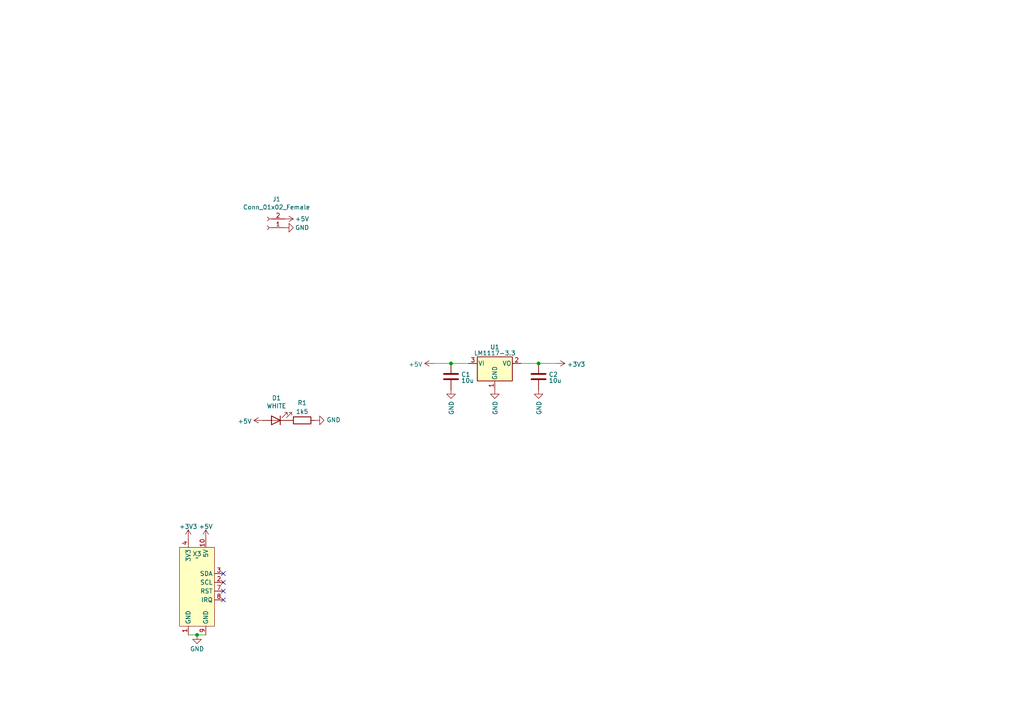
<source format=kicad_sch>
(kicad_sch (version 20220914) (generator eeschema)
  (paper "A4")
  (lib_symbols
    (symbol "Connector:Conn_01x02_Female" (pin_names (offset 1.016) hide)
      (property "Reference" "J" (at 0 2.54 0))
      (property "Value" "Conn_01x02_Female" (at 0 -5.08 0))
      (symbol "Conn_01x02_Female_1_1"
        (arc (start 0 -2.032) (mid -0.508 -2.54) (end 0 -3.048) (stroke (width 0.1524)))
        (polyline (pts (xy -1.27 -2.54) (xy -0.508 -2.54)) (stroke (width 0.1524)))
        (polyline (pts (xy -1.27 0) (xy -0.508 0)) (stroke (width 0.1524)))
        (arc (start 0 0.508) (mid -0.508 0) (end 0 -0.508) (stroke (width 0.1524)))
        (pin passive line (at -5.08 0 0) (length 3.81) (name "Pin_1") (number "1"))
        (pin passive line (at -5.08 -2.54 0) (length 3.81) (name "Pin_2") (number "2"))
      )
    )
    (symbol "Device:C" (pin_numbers hide) (pin_names (offset 0.254))
      (property "Reference" "C" (at 0.635 2.54 0))
      (property "Value" "C" (at 0.635 -2.54 0))
      (symbol "C_0_1"
        (polyline (pts (xy -2.032 -0.762) (xy 2.032 -0.762)) (stroke (width 0.508)))
        (polyline (pts (xy -2.032 0.762) (xy 2.032 0.762)) (stroke (width 0.508)))
      )
      (symbol "C_1_1"
        (pin passive line (at 0 3.81 270) (length 2.794) (name "~") (number "1"))
        (pin passive line (at 0 -3.81 90) (length 2.794) (name "~") (number "2"))
      )
    )
    (symbol "Device:LED" (pin_numbers hide) (pin_names (offset 1.016) hide)
      (property "Reference" "D" (at 0 2.54 0))
      (property "Value" "LED" (at 0 -2.54 0))
      (symbol "LED_0_1"
        (polyline (pts (xy -1.27 -1.27) (xy -1.27 1.27)) (stroke (width 0.254)))
        (polyline (pts (xy -1.27 0) (xy 1.27 0)))
        (polyline (pts (xy 1.27 -1.27) (xy 1.27 1.27) (xy -1.27 0) (xy 1.27 -1.27)) (stroke (width 0.254)))
        (polyline (pts (xy -3.048 -0.762) (xy -4.572 -2.286) (xy -3.81 -2.286) (xy -4.572 -2.286) (xy -4.572 -1.524)))
        (polyline (pts (xy -1.778 -0.762) (xy -3.302 -2.286) (xy -2.54 -2.286) (xy -3.302 -2.286) (xy -3.302 -1.524)))
      )
      (symbol "LED_1_1"
        (pin passive line (at -3.81 0 0) (length 2.54) (name "K") (number "1"))
        (pin passive line (at 3.81 0 180) (length 2.54) (name "A") (number "2"))
      )
    )
    (symbol "Device:R" (pin_numbers hide) (pin_names (offset 0))
      (property "Reference" "R" (at 2.032 0 90))
      (property "Value" "R" (at 0 0 90))
      (symbol "R_0_1"
        (rectangle (start -1.016 -2.54) (end 1.016 2.54) (stroke (width 0.254)))
      )
      (symbol "R_1_1"
        (pin passive line (at 0 3.81 270) (length 1.27) (name "~") (number "1"))
        (pin passive line (at 0 -3.81 90) (length 1.27) (name "~") (number "2"))
      )
    )
    (symbol "Regulator_Linear:LM1117-3.3" (pin_names (offset 0.254))
      (property "Reference" "U" (at -3.81 3.175 0))
      (property "Value" "LM1117-3.3" (at 0 3.175 0))
      (symbol "LM1117-3.3_0_1"
        (rectangle (start -5.08 -5.08) (end 5.08 1.905) (stroke (width 0.254)) (fill (type background)))
      )
      (symbol "LM1117-3.3_1_1"
        (pin power_in line (at 0 -7.62 90) (length 2.54) (name "GND") (number "1"))
        (pin power_out line (at 7.62 0 180) (length 2.54) (name "VO") (number "2"))
        (pin power_in line (at -7.62 0 0) (length 2.54) (name "VI") (number "3"))
      )
    )
    (symbol "power:+3V3" (power) (pin_names (offset 0))
      (property "Value" "+3V3" (at 0 3.556 0))
      (symbol "+3V3_0_1"
        (polyline (pts (xy -0.762 1.27) (xy 0 2.54)))
        (polyline (pts (xy 0 0) (xy 0 2.54)))
        (polyline (pts (xy 0 2.54) (xy 0.762 1.27)))
      )
      (symbol "+3V3_1_1"
        (pin power_in line (at 0 0 90) (length 0) hide (name "+3V3") (number "1"))
      )
    )
    (symbol "power:+5V" (power) (pin_names (offset 0))
      (property "Value" "+5V" (at 0 3.556 0))
      (symbol "+5V_0_1"
        (polyline (pts (xy -0.762 1.27) (xy 0 2.54)))
        (polyline (pts (xy 0 0) (xy 0 2.54)))
        (polyline (pts (xy 0 2.54) (xy 0.762 1.27)))
      )
      (symbol "+5V_1_1"
        (pin power_in line (at 0 0 90) (length 0) hide (name "+5V") (number "1"))
      )
    )
    (symbol "power:GND" (power) (pin_names (offset 0))
      (property "Value" "GND" (at 0 -3.81 0))
      (symbol "GND_0_1"
        (polyline (pts (xy 0 0) (xy 0 -1.27) (xy 1.27 -1.27) (xy 0 -2.54) (xy -1.27 -1.27) (xy 0 -1.27)))
      )
      (symbol "GND_1_1"
        (pin power_in line (at 0 0 270) (length 0) hide (name "GND") (number "1"))
      )
    )
    (symbol "t80:t80-pin-header"
      (property "Reference" "X" (at 7.62 10.16 0))
      (symbol "t80-pin-header_0_0"
        (pin power_out line (at -2.54 -15.24 90) (length 2.54) (name "GND") (number "1"))
        (pin power_out line (at 2.54 12.7 270) (length 2.54) (name "5V") (number "10"))
        (pin bidirectional line (at 7.62 0 180) (length 2.54) (name "SCL") (number "2"))
        (pin bidirectional line (at 7.62 2.54 180) (length 2.54) (name "SDA") (number "3"))
        (pin power_out line (at -2.54 12.7 270) (length 2.54) (name "3V3") (number "4"))
        (pin bidirectional line (at 7.62 -2.54 180) (length 2.54) (name "RST") (number "7"))
        (pin bidirectional line (at 7.62 -5.08 180) (length 2.54) (name "IRQ") (number "8"))
        (pin power_out line (at 2.54 -15.24 90) (length 2.54) (name "GND") (number "9"))
      )
      (symbol "t80-pin-header_0_1"
        (rectangle (start -5.08 10.16) (end 5.08 -12.7) (fill (type background)))
      )
    )
  )
  (junction (at 156.21 105.41))
  (junction (at 130.81 105.41))
  (junction (at 57.15 184.15))
  (no_connect (at 64.77 168.91))
  (no_connect (at 64.77 166.37))
  (no_connect (at 64.77 171.45))
  (no_connect (at 64.77 173.99))
  (wire (pts (xy 151.13 105.41) (xy 156.21 105.41)))
  (wire (pts (xy 130.81 105.41) (xy 135.89 105.41)))
  (wire (pts (xy 125.73 105.41) (xy 130.81 105.41)))
  (wire (pts (xy 57.15 184.15) (xy 59.69 184.15)))
  (wire (pts (xy 156.21 105.41) (xy 161.29 105.41)))
  (wire (pts (xy 54.61 184.15) (xy 57.15 184.15)))
  (symbol (lib_id "power:+3V3") (at 54.61 156.21 0) (unit 1)
    (default_instance (reference "#PWR?") (unit 1) (value "+3V3") (footprint ""))
    (property "Reference" "#PWR0110" (effects hide))
    (property "Value" "+3V3" (at 54.61 152.7271 0))
  )
  (symbol (lib_id "power:GND") (at 130.81 113.03 0) (unit 1)
    (default_instance (reference "") (unit 1) (value "") (footprint ""))
    (property "Reference" "#PWR0106" (effects hide))
    (property "Value" "GND" (at 130.937 116.2812 90) (effects (justify right)))
  )
  (symbol (lib_id "power:+5V") (at 125.73 105.41 90) (unit 1)
    (default_instance (reference "#PWR?") (unit 1) (value "+5V") (footprint ""))
    (property "Reference" "#PWR0107" (effects hide))
    (property "Value" "+5V" (at 122.5551 105.6966 90) (effects (justify left)))
  )
  (symbol (lib_id "power:GND") (at 143.51 113.03 0) (unit 1)
    (default_instance (reference "") (unit 1) (value "") (footprint ""))
    (property "Reference" "#PWR0108" (effects hide))
    (property "Value" "GND" (at 143.637 116.2812 90) (effects (justify right)))
  )
  (symbol (lib_id "Device:C") (at 130.81 109.22 0) (unit 1)
    (default_instance (reference "C1") (unit 1) (value "10u") (footprint "Capacitor_SMD:C_0805_2012Metric_Pad1.18x1.45mm_HandSolder"))
    (property "Reference" "C1" (at 133.731 108.6255 0) (effects (justify left)))
    (property "Value" "10u" (at 133.731 110.3877 0) (effects (justify left)))
    (property "Footprint" "Capacitor_SMD:C_0805_2012Metric_Pad1.18x1.45mm_HandSolder" (effects hide))
  )
  (symbol (lib_id "power:+5V") (at 76.2 121.92 90) (unit 1)
    (default_instance (reference "#PWR?") (unit 1) (value "+5V") (footprint ""))
    (property "Reference" "#PWR0105" (effects hide))
    (property "Value" "+5V" (at 73.0251 122.2066 90) (effects (justify left)))
  )
  (symbol (lib_id "Device:LED") (at 80.01 121.92 180) (unit 1)
    (default_instance (reference "") (unit 1) (value "") (footprint ""))
    (property "Reference" "D1" (at 80.1878 115.443 0))
    (property "Value" "WHITE" (at 80.1878 117.7544 0))
    (property "Footprint" "LED_SMD:LED_0805_2012Metric_Pad1.15x1.40mm_HandSolder" (effects hide))
  )
  (symbol (lib_id "Regulator_Linear:LM1117-3.3") (at 143.51 105.41 0) (unit 1)
    (default_instance (reference "U1") (unit 1) (value "LM1117-3.3") (footprint ""))
    (property "Reference" "U1" (at 143.51 100.6729 0))
    (property "Value" "LM1117-3.3" (at 143.51 102.4351 0))
    (property "Footprint" "Package_TO_SOT_SMD:SOT-223-3_TabPin2" (effects hide))
    (property "Datasheet" "http://www.ti.com/lit/ds/symlink/lm1117.pdf" (effects hide))
  )
  (symbol (lib_id "power:+5V") (at 82.55 63.5 270) (unit 1)
    (default_instance (reference "") (unit 1) (value "") (footprint ""))
    (property "Reference" "#PWR0102" (effects hide))
    (property "Value" "+5V" (at 87.63 63.5 90))
  )
  (symbol (lib_id "power:GND") (at 82.55 66.04 90) (unit 1)
    (default_instance (reference "") (unit 1) (value "") (footprint ""))
    (property "Reference" "#PWR03" (effects hide))
    (property "Value" "GND" (at 87.63 66.04 90))
  )
  (symbol (lib_id "Device:C") (at 156.21 109.22 0) (unit 1)
    (default_instance (reference "C1") (unit 1) (value "10u") (footprint "Capacitor_SMD:C_0805_2012Metric_Pad1.18x1.45mm_HandSolder"))
    (property "Reference" "C2" (at 159.131 108.6255 0) (effects (justify left)))
    (property "Value" "10u" (at 159.131 110.3877 0) (effects (justify left)))
    (property "Footprint" "Capacitor_SMD:C_0805_2012Metric_Pad1.18x1.45mm_HandSolder" (effects hide))
  )
  (symbol (lib_id "Connector:Conn_01x02_Female") (at 77.47 66.04 180) (unit 1)
    (default_instance (reference "") (unit 1) (value "") (footprint ""))
    (property "Reference" "J1" (at 80.2132 57.785 0))
    (property "Value" "Conn_01x02_Female" (at 80.2132 60.0964 0))
    (property "Footprint" "Drake:DG235-3.81-02P" (effects hide))
  )
  (symbol (lib_id "power:GND") (at 156.21 113.03 0) (unit 1)
    (default_instance (reference "") (unit 1) (value "") (footprint ""))
    (property "Reference" "#PWR0111" (effects hide))
    (property "Value" "GND" (at 156.337 116.2812 90) (effects (justify right)))
  )
  (symbol (lib_id "power:+3V3") (at 161.29 105.41 270) (unit 1)
    (default_instance (reference "#PWR?") (unit 1) (value "+3V3") (footprint ""))
    (property "Reference" "#PWR0109" (effects hide))
    (property "Value" "+3V3" (at 164.465 105.6966 90) (effects (justify left)))
  )
  (symbol (lib_id "power:+5V") (at 59.69 156.21 0) (unit 1)
    (default_instance (reference "#PWR?") (unit 1) (value "+5V") (footprint ""))
    (property "Reference" "#PWR0105" (effects hide))
    (property "Value" "+5V" (at 59.69 152.7271 0))
  )
  (symbol (lib_id "power:GND") (at 57.15 184.15 0) (unit 1)
    (default_instance (reference "#PWR?") (unit 1) (value "GND") (footprint ""))
    (property "Reference" "#PWR0103" (effects hide))
    (property "Value" "GND" (at 57.15 188.2061 0))
  )
  (symbol (lib_id "t80:t80-pin-header") (at 57.15 168.91 0) (unit 1)
    (default_instance (reference "X1") (unit 1) (value "~") (footprint ""))
    (property "Reference" "X3" (at 57.15 160.6423 0))
    (property "Value" "~" (at 57.15 161.7695 0))
    (property "Footprint" "Connector_IDC:IDC-Header_2x05_P2.54mm_Vertical" (effects hide))
  )
  (symbol (lib_id "Device:R") (at 87.63 121.92 90) (unit 1)
    (default_instance (reference "") (unit 1) (value "") (footprint ""))
    (property "Reference" "R1" (at 87.63 116.84 90))
    (property "Value" "1k5" (at 87.63 119.38 90))
    (property "Footprint" "Resistor_SMD:R_0805_2012Metric" (effects hide))
  )
  (symbol (lib_id "power:GND") (at 91.44 121.92 90) (unit 1)
    (default_instance (reference "") (unit 1) (value "") (footprint ""))
    (property "Reference" "#PWR07" (effects hide))
    (property "Value" "GND" (at 94.6912 121.793 90) (effects (justify right)))
  )
)
</source>
